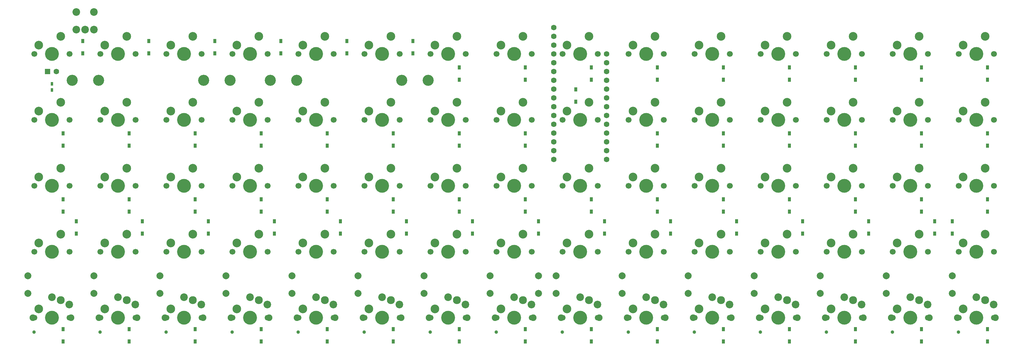
<source format=gbs>
G04 #@! TF.FileFunction,Soldermask,Bot*
%FSLAX46Y46*%
G04 Gerber Fmt 4.6, Leading zero omitted, Abs format (unit mm)*
G04 Created by KiCad (PCBNEW 4.0.7) date 04/13/18 19:54:45*
%MOMM*%
%LPD*%
G01*
G04 APERTURE LIST*
%ADD10C,0.100000*%
%ADD11R,0.800000X1.000000*%
%ADD12C,2.000000*%
%ADD13C,2.200000*%
%ADD14C,1.700000*%
%ADD15C,2.500000*%
%ADD16C,4.000000*%
%ADD17R,1.600000X1.600000*%
%ADD18C,1.600000*%
%ADD19C,3.200000*%
%ADD20R,0.950000X1.300000*%
%ADD21C,2.300000*%
%ADD22C,1.900000*%
%ADD23C,1.000000*%
G04 APERTURE END LIST*
D10*
D11*
X76200000Y-104510000D03*
X76200000Y-106310000D03*
D12*
X69215000Y-160020000D03*
X69215000Y-165100000D03*
X145415000Y-160020000D03*
X145415000Y-165100000D03*
X240665000Y-160020000D03*
X240665000Y-165100000D03*
X335915000Y-160020000D03*
X335915000Y-165100000D03*
X216535000Y-160020000D03*
X216535000Y-165100000D03*
X88265000Y-160020000D03*
X88265000Y-165100000D03*
X107315000Y-160020000D03*
X107315000Y-165100000D03*
X126365000Y-160020000D03*
X126365000Y-165100000D03*
X164465000Y-160020000D03*
X164465000Y-165100000D03*
X183515000Y-160020000D03*
X183515000Y-165100000D03*
X202565000Y-160020000D03*
X202565000Y-165100000D03*
X221615000Y-160020000D03*
X221615000Y-165100000D03*
X259715000Y-160020000D03*
X259715000Y-165100000D03*
X278765000Y-160020000D03*
X278765000Y-165100000D03*
X297815000Y-160020000D03*
X297815000Y-165100000D03*
X316865000Y-160020000D03*
X316865000Y-165100000D03*
D13*
X85725000Y-88900000D03*
X88265000Y-88900000D03*
X83185000Y-88900000D03*
X88265000Y-83820000D03*
X83185000Y-83820000D03*
D14*
X347980000Y-133985000D03*
D15*
X345440000Y-128905000D03*
D16*
X342900000Y-133985000D03*
D15*
X339090000Y-131445000D03*
D14*
X337820000Y-133985000D03*
X328930000Y-114935000D03*
D15*
X326390000Y-109855000D03*
D16*
X323850000Y-114935000D03*
D15*
X320040000Y-112395000D03*
D14*
X318770000Y-114935000D03*
X233680000Y-133985000D03*
D15*
X231140000Y-128905000D03*
D16*
X228600000Y-133985000D03*
D15*
X224790000Y-131445000D03*
D14*
X223520000Y-133985000D03*
X233680000Y-95885000D03*
D15*
X231140000Y-90805000D03*
D16*
X228600000Y-95885000D03*
D15*
X224790000Y-93345000D03*
D14*
X223520000Y-95885000D03*
X100330000Y-153035000D03*
D15*
X97790000Y-147955000D03*
D16*
X95250000Y-153035000D03*
D15*
X91440000Y-150495000D03*
D14*
X90170000Y-153035000D03*
X176530000Y-153035000D03*
D15*
X173990000Y-147955000D03*
D16*
X171450000Y-153035000D03*
D15*
X167640000Y-150495000D03*
D14*
X166370000Y-153035000D03*
X328930000Y-153035000D03*
D15*
X326390000Y-147955000D03*
D16*
X323850000Y-153035000D03*
D15*
X320040000Y-150495000D03*
D14*
X318770000Y-153035000D03*
X347980000Y-153035000D03*
D15*
X345440000Y-147955000D03*
D16*
X342900000Y-153035000D03*
D15*
X339090000Y-150495000D03*
D14*
X337820000Y-153035000D03*
X81280000Y-114935000D03*
D15*
X78740000Y-109855000D03*
D16*
X76200000Y-114935000D03*
D15*
X72390000Y-112395000D03*
D14*
X71120000Y-114935000D03*
X81280000Y-133985000D03*
D15*
X78740000Y-128905000D03*
D16*
X76200000Y-133985000D03*
D15*
X72390000Y-131445000D03*
D14*
X71120000Y-133985000D03*
X81280000Y-153035000D03*
D15*
X78740000Y-147955000D03*
D16*
X76200000Y-153035000D03*
D15*
X72390000Y-150495000D03*
D14*
X71120000Y-153035000D03*
X100330000Y-95885000D03*
D15*
X97790000Y-90805000D03*
D16*
X95250000Y-95885000D03*
D15*
X91440000Y-93345000D03*
D14*
X90170000Y-95885000D03*
X100330000Y-114935000D03*
D15*
X97790000Y-109855000D03*
D16*
X95250000Y-114935000D03*
D15*
X91440000Y-112395000D03*
D14*
X90170000Y-114935000D03*
X100330000Y-133985000D03*
D15*
X97790000Y-128905000D03*
D16*
X95250000Y-133985000D03*
D15*
X91440000Y-131445000D03*
D14*
X90170000Y-133985000D03*
X119380000Y-95885000D03*
D15*
X116840000Y-90805000D03*
D16*
X114300000Y-95885000D03*
D15*
X110490000Y-93345000D03*
D14*
X109220000Y-95885000D03*
X119380000Y-114935000D03*
D15*
X116840000Y-109855000D03*
D16*
X114300000Y-114935000D03*
D15*
X110490000Y-112395000D03*
D14*
X109220000Y-114935000D03*
X119380000Y-133985000D03*
D15*
X116840000Y-128905000D03*
D16*
X114300000Y-133985000D03*
D15*
X110490000Y-131445000D03*
D14*
X109220000Y-133985000D03*
X119380000Y-153035000D03*
D15*
X116840000Y-147955000D03*
D16*
X114300000Y-153035000D03*
D15*
X110490000Y-150495000D03*
D14*
X109220000Y-153035000D03*
X138430000Y-95885000D03*
D15*
X135890000Y-90805000D03*
D16*
X133350000Y-95885000D03*
D15*
X129540000Y-93345000D03*
D14*
X128270000Y-95885000D03*
X138430000Y-133985000D03*
D15*
X135890000Y-128905000D03*
D16*
X133350000Y-133985000D03*
D15*
X129540000Y-131445000D03*
D14*
X128270000Y-133985000D03*
X138430000Y-153035000D03*
D15*
X135890000Y-147955000D03*
D16*
X133350000Y-153035000D03*
D15*
X129540000Y-150495000D03*
D14*
X128270000Y-153035000D03*
X157480000Y-95885000D03*
D15*
X154940000Y-90805000D03*
D16*
X152400000Y-95885000D03*
D15*
X148590000Y-93345000D03*
D14*
X147320000Y-95885000D03*
X157480000Y-133985000D03*
D15*
X154940000Y-128905000D03*
D16*
X152400000Y-133985000D03*
D15*
X148590000Y-131445000D03*
D14*
X147320000Y-133985000D03*
X157480000Y-153035000D03*
D15*
X154940000Y-147955000D03*
D16*
X152400000Y-153035000D03*
D15*
X148590000Y-150495000D03*
D14*
X147320000Y-153035000D03*
X176530000Y-133985000D03*
D15*
X173990000Y-128905000D03*
D16*
X171450000Y-133985000D03*
D15*
X167640000Y-131445000D03*
D14*
X166370000Y-133985000D03*
X195580000Y-114935000D03*
D15*
X193040000Y-109855000D03*
D16*
X190500000Y-114935000D03*
D15*
X186690000Y-112395000D03*
D14*
X185420000Y-114935000D03*
X195580000Y-133985000D03*
D15*
X193040000Y-128905000D03*
D16*
X190500000Y-133985000D03*
D15*
X186690000Y-131445000D03*
D14*
X185420000Y-133985000D03*
X195580000Y-153035000D03*
D15*
X193040000Y-147955000D03*
D16*
X190500000Y-153035000D03*
D15*
X186690000Y-150495000D03*
D14*
X185420000Y-153035000D03*
X214630000Y-114935000D03*
D15*
X212090000Y-109855000D03*
D16*
X209550000Y-114935000D03*
D15*
X205740000Y-112395000D03*
D14*
X204470000Y-114935000D03*
X214630000Y-133985000D03*
D15*
X212090000Y-128905000D03*
D16*
X209550000Y-133985000D03*
D15*
X205740000Y-131445000D03*
D14*
X204470000Y-133985000D03*
X214630000Y-153035000D03*
D15*
X212090000Y-147955000D03*
D16*
X209550000Y-153035000D03*
D15*
X205740000Y-150495000D03*
D14*
X204470000Y-153035000D03*
X233680000Y-153035000D03*
D15*
X231140000Y-147955000D03*
D16*
X228600000Y-153035000D03*
D15*
X224790000Y-150495000D03*
D14*
X223520000Y-153035000D03*
X252730000Y-95885000D03*
D15*
X250190000Y-90805000D03*
D16*
X247650000Y-95885000D03*
D15*
X243840000Y-93345000D03*
D14*
X242570000Y-95885000D03*
X252730000Y-114935000D03*
D15*
X250190000Y-109855000D03*
D16*
X247650000Y-114935000D03*
D15*
X243840000Y-112395000D03*
D14*
X242570000Y-114935000D03*
X252730000Y-133985000D03*
D15*
X250190000Y-128905000D03*
D16*
X247650000Y-133985000D03*
D15*
X243840000Y-131445000D03*
D14*
X242570000Y-133985000D03*
X252730000Y-153035000D03*
D15*
X250190000Y-147955000D03*
D16*
X247650000Y-153035000D03*
D15*
X243840000Y-150495000D03*
D14*
X242570000Y-153035000D03*
X271780000Y-95885000D03*
D15*
X269240000Y-90805000D03*
D16*
X266700000Y-95885000D03*
D15*
X262890000Y-93345000D03*
D14*
X261620000Y-95885000D03*
X271780000Y-114935000D03*
D15*
X269240000Y-109855000D03*
D16*
X266700000Y-114935000D03*
D15*
X262890000Y-112395000D03*
D14*
X261620000Y-114935000D03*
X271780000Y-133985000D03*
D15*
X269240000Y-128905000D03*
D16*
X266700000Y-133985000D03*
D15*
X262890000Y-131445000D03*
D14*
X261620000Y-133985000D03*
X271780000Y-153035000D03*
D15*
X269240000Y-147955000D03*
D16*
X266700000Y-153035000D03*
D15*
X262890000Y-150495000D03*
D14*
X261620000Y-153035000D03*
X290830000Y-95885000D03*
D15*
X288290000Y-90805000D03*
D16*
X285750000Y-95885000D03*
D15*
X281940000Y-93345000D03*
D14*
X280670000Y-95885000D03*
X290830000Y-114935000D03*
D15*
X288290000Y-109855000D03*
D16*
X285750000Y-114935000D03*
D15*
X281940000Y-112395000D03*
D14*
X280670000Y-114935000D03*
X290830000Y-133985000D03*
D15*
X288290000Y-128905000D03*
D16*
X285750000Y-133985000D03*
D15*
X281940000Y-131445000D03*
D14*
X280670000Y-133985000D03*
X290830000Y-153035000D03*
D15*
X288290000Y-147955000D03*
D16*
X285750000Y-153035000D03*
D15*
X281940000Y-150495000D03*
D14*
X280670000Y-153035000D03*
X309880000Y-95885000D03*
D15*
X307340000Y-90805000D03*
D16*
X304800000Y-95885000D03*
D15*
X300990000Y-93345000D03*
D14*
X299720000Y-95885000D03*
X309880000Y-114935000D03*
D15*
X307340000Y-109855000D03*
D16*
X304800000Y-114935000D03*
D15*
X300990000Y-112395000D03*
D14*
X299720000Y-114935000D03*
X309880000Y-133985000D03*
D15*
X307340000Y-128905000D03*
D16*
X304800000Y-133985000D03*
D15*
X300990000Y-131445000D03*
D14*
X299720000Y-133985000D03*
X309880000Y-153035000D03*
D15*
X307340000Y-147955000D03*
D16*
X304800000Y-153035000D03*
D15*
X300990000Y-150495000D03*
D14*
X299720000Y-153035000D03*
X328930000Y-95885000D03*
D15*
X326390000Y-90805000D03*
D16*
X323850000Y-95885000D03*
D15*
X320040000Y-93345000D03*
D14*
X318770000Y-95885000D03*
X328930000Y-133985000D03*
D15*
X326390000Y-128905000D03*
D16*
X323850000Y-133985000D03*
D15*
X320040000Y-131445000D03*
D14*
X318770000Y-133985000D03*
X347980000Y-95885000D03*
D15*
X345440000Y-90805000D03*
D16*
X342900000Y-95885000D03*
D15*
X339090000Y-93345000D03*
D14*
X337820000Y-95885000D03*
X347980000Y-114935000D03*
D15*
X345440000Y-109855000D03*
D16*
X342900000Y-114935000D03*
D15*
X339090000Y-112395000D03*
D14*
X337820000Y-114935000D03*
X233680000Y-114935000D03*
D15*
X231140000Y-109855000D03*
D16*
X228600000Y-114935000D03*
D15*
X224790000Y-112395000D03*
D14*
X223520000Y-114935000D03*
X195580000Y-95885000D03*
D15*
X193040000Y-90805000D03*
D16*
X190500000Y-95885000D03*
D15*
X186690000Y-93345000D03*
D14*
X185420000Y-95885000D03*
X214630000Y-95885000D03*
D15*
X212090000Y-90805000D03*
D16*
X209550000Y-95885000D03*
D15*
X205740000Y-93345000D03*
D14*
X204470000Y-95885000D03*
X138430000Y-114935000D03*
D15*
X135890000Y-109855000D03*
D16*
X133350000Y-114935000D03*
D15*
X129540000Y-112395000D03*
D14*
X128270000Y-114935000D03*
X176530000Y-114935000D03*
D15*
X173990000Y-109855000D03*
D16*
X171450000Y-114935000D03*
D15*
X167640000Y-112395000D03*
D14*
X166370000Y-114935000D03*
X176530000Y-95885000D03*
D15*
X173990000Y-90805000D03*
D16*
X171450000Y-95885000D03*
D15*
X167640000Y-93345000D03*
D14*
X166370000Y-95885000D03*
X157480000Y-114935000D03*
D15*
X154940000Y-109855000D03*
D16*
X152400000Y-114935000D03*
D15*
X148590000Y-112395000D03*
D14*
X147320000Y-114935000D03*
X81280000Y-95885000D03*
D15*
X78740000Y-90805000D03*
D16*
X76200000Y-95885000D03*
D15*
X72390000Y-93345000D03*
D14*
X71120000Y-95885000D03*
D17*
X74930000Y-100965000D03*
D18*
X77470000Y-100965000D03*
D19*
X139175000Y-103505000D03*
X146775000Y-103505000D03*
X184675000Y-103505000D03*
X177075000Y-103505000D03*
X82025000Y-103505000D03*
X89625000Y-103505000D03*
X127525000Y-103505000D03*
X119925000Y-103505000D03*
D18*
X236220000Y-95885000D03*
X236220000Y-98425000D03*
X236220000Y-100965000D03*
X236220000Y-103505000D03*
X236220000Y-106045000D03*
X236220000Y-108585000D03*
X236220000Y-111125000D03*
X236220000Y-113665000D03*
X236220000Y-116205000D03*
X236220000Y-118745000D03*
X236220000Y-121285000D03*
X236220000Y-123825000D03*
X236220000Y-126365000D03*
X220980000Y-126365000D03*
X220980000Y-123825000D03*
X220980000Y-121285000D03*
X220980000Y-118745000D03*
X220980000Y-116205000D03*
X220980000Y-113665000D03*
X220980000Y-111125000D03*
X220980000Y-108585000D03*
X220980000Y-106045000D03*
X220980000Y-103505000D03*
X220980000Y-100965000D03*
X220980000Y-98425000D03*
X220980000Y-95885000D03*
X220980000Y-93345000D03*
X220980000Y-90805000D03*
X220980000Y-88265000D03*
D20*
X346075000Y-178940000D03*
X346075000Y-175390000D03*
X335915000Y-144275000D03*
X335915000Y-147825000D03*
X346075000Y-141475000D03*
X346075000Y-137925000D03*
X346075000Y-122425000D03*
X346075000Y-118875000D03*
X346075000Y-103375000D03*
X346075000Y-99825000D03*
X327025000Y-178940000D03*
X327025000Y-175390000D03*
X330835000Y-144275000D03*
X330835000Y-147825000D03*
X327025000Y-141475000D03*
X327025000Y-137925000D03*
X327025000Y-122425000D03*
X327025000Y-118875000D03*
X327025000Y-103375000D03*
X327025000Y-99825000D03*
X307975000Y-178940000D03*
X307975000Y-175390000D03*
X311785000Y-144275000D03*
X311785000Y-147825000D03*
X307975000Y-141475000D03*
X307975000Y-137925000D03*
X307975000Y-122425000D03*
X307975000Y-118875000D03*
X307975000Y-103375000D03*
X307975000Y-99825000D03*
X288925000Y-178940000D03*
X288925000Y-175390000D03*
X292735000Y-144275000D03*
X292735000Y-147825000D03*
X288925000Y-141475000D03*
X288925000Y-137925000D03*
X288925000Y-122425000D03*
X288925000Y-118875000D03*
X288925000Y-103375000D03*
X288925000Y-99825000D03*
X269875000Y-178940000D03*
X269875000Y-175390000D03*
X273685000Y-144275000D03*
X273685000Y-147825000D03*
X269875000Y-141475000D03*
X269875000Y-137925000D03*
X269875000Y-122425000D03*
X269875000Y-118875000D03*
X269875000Y-103375000D03*
X269875000Y-99825000D03*
X250825000Y-178940000D03*
X250825000Y-175390000D03*
X254635000Y-144275000D03*
X254635000Y-147825000D03*
X250825000Y-141475000D03*
X250825000Y-137925000D03*
X250825000Y-122425000D03*
X250825000Y-118875000D03*
X250825000Y-103375000D03*
X250825000Y-99825000D03*
X231775000Y-178940000D03*
X231775000Y-175390000D03*
X235585000Y-144275000D03*
X235585000Y-147825000D03*
X231775000Y-141475000D03*
X231775000Y-137925000D03*
X231775000Y-103375000D03*
X231775000Y-99825000D03*
X212725000Y-178940000D03*
X212725000Y-175390000D03*
X216535000Y-144275000D03*
X216535000Y-147825000D03*
X212725000Y-141475000D03*
X212725000Y-137925000D03*
X212725000Y-122425000D03*
X212725000Y-118875000D03*
X212725000Y-103375000D03*
X212725000Y-99825000D03*
X193675000Y-178940000D03*
X193675000Y-175390000D03*
X197485000Y-144275000D03*
X197485000Y-147825000D03*
X193675000Y-141475000D03*
X193675000Y-137925000D03*
X193675000Y-122425000D03*
X193675000Y-118875000D03*
X193675000Y-103375000D03*
X193675000Y-99825000D03*
X174625000Y-178940000D03*
X174625000Y-175390000D03*
X178435000Y-144275000D03*
X178435000Y-147825000D03*
X174625000Y-141475000D03*
X174625000Y-137925000D03*
X174625000Y-122425000D03*
X174625000Y-118875000D03*
X180340000Y-95755000D03*
X180340000Y-92205000D03*
X155575000Y-178940000D03*
X155575000Y-175390000D03*
X159385000Y-144275000D03*
X159385000Y-147825000D03*
X155575000Y-141475000D03*
X155575000Y-137925000D03*
X155575000Y-122425000D03*
X155575000Y-118875000D03*
X161290000Y-95755000D03*
X161290000Y-92205000D03*
X136525000Y-178940000D03*
X136525000Y-175390000D03*
X140335000Y-144275000D03*
X140335000Y-147825000D03*
X136525000Y-141475000D03*
X136525000Y-137925000D03*
X136525000Y-122425000D03*
X136525000Y-118875000D03*
X142240000Y-95755000D03*
X142240000Y-92205000D03*
X117475000Y-178940000D03*
X117475000Y-175390000D03*
X121285000Y-144275000D03*
X121285000Y-147825000D03*
X117475000Y-141475000D03*
X117475000Y-137925000D03*
X117475000Y-122425000D03*
X117475000Y-118875000D03*
X123190000Y-95755000D03*
X123190000Y-92205000D03*
X98425000Y-178940000D03*
X98425000Y-175390000D03*
X102235000Y-144275000D03*
X102235000Y-147825000D03*
X98425000Y-141475000D03*
X98425000Y-137925000D03*
X98425000Y-122425000D03*
X98425000Y-118875000D03*
X104140000Y-95755000D03*
X104140000Y-92205000D03*
X79375000Y-178940000D03*
X79375000Y-175390000D03*
X83185000Y-144275000D03*
X83185000Y-147825000D03*
X79375000Y-141475000D03*
X79375000Y-137925000D03*
X79375000Y-122425000D03*
X79375000Y-118875000D03*
X85090000Y-95755000D03*
X85090000Y-92205000D03*
X227330000Y-106175000D03*
X227330000Y-109725000D03*
D14*
X214630000Y-172085000D03*
D21*
X212090000Y-167005000D03*
D16*
X209550000Y-172085000D03*
D15*
X205740000Y-169545000D03*
D14*
X204470000Y-172085000D03*
D22*
X215050000Y-172085000D03*
X204050000Y-172085000D03*
D23*
X204330000Y-176285000D03*
D13*
X209550000Y-166185000D03*
X214550000Y-168285000D03*
D14*
X81280000Y-172085000D03*
D21*
X78740000Y-167005000D03*
D16*
X76200000Y-172085000D03*
D15*
X72390000Y-169545000D03*
D14*
X71120000Y-172085000D03*
D22*
X81700000Y-172085000D03*
X70700000Y-172085000D03*
D23*
X70980000Y-176285000D03*
D13*
X76200000Y-166185000D03*
X81200000Y-168285000D03*
D14*
X328930000Y-172085000D03*
D21*
X326390000Y-167005000D03*
D16*
X323850000Y-172085000D03*
D15*
X320040000Y-169545000D03*
D14*
X318770000Y-172085000D03*
D22*
X329350000Y-172085000D03*
X318350000Y-172085000D03*
D23*
X318630000Y-176285000D03*
D13*
X323850000Y-166185000D03*
X328850000Y-168285000D03*
D14*
X309880000Y-172085000D03*
D21*
X307340000Y-167005000D03*
D16*
X304800000Y-172085000D03*
D15*
X300990000Y-169545000D03*
D14*
X299720000Y-172085000D03*
D22*
X310300000Y-172085000D03*
X299300000Y-172085000D03*
D23*
X299580000Y-176285000D03*
D13*
X304800000Y-166185000D03*
X309800000Y-168285000D03*
D14*
X271780000Y-172085000D03*
D21*
X269240000Y-167005000D03*
D16*
X266700000Y-172085000D03*
D15*
X262890000Y-169545000D03*
D14*
X261620000Y-172085000D03*
D22*
X272200000Y-172085000D03*
X261200000Y-172085000D03*
D23*
X261480000Y-176285000D03*
D13*
X266700000Y-166185000D03*
X271700000Y-168285000D03*
D14*
X233680000Y-172085000D03*
D21*
X231140000Y-167005000D03*
D16*
X228600000Y-172085000D03*
D15*
X224790000Y-169545000D03*
D14*
X223520000Y-172085000D03*
D22*
X234100000Y-172085000D03*
X223100000Y-172085000D03*
D23*
X223380000Y-176285000D03*
D13*
X228600000Y-166185000D03*
X233600000Y-168285000D03*
D14*
X195580000Y-172085000D03*
D21*
X193040000Y-167005000D03*
D16*
X190500000Y-172085000D03*
D15*
X186690000Y-169545000D03*
D14*
X185420000Y-172085000D03*
D22*
X196000000Y-172085000D03*
X185000000Y-172085000D03*
D23*
X185280000Y-176285000D03*
D13*
X190500000Y-166185000D03*
X195500000Y-168285000D03*
D14*
X176530000Y-172085000D03*
D21*
X173990000Y-167005000D03*
D16*
X171450000Y-172085000D03*
D15*
X167640000Y-169545000D03*
D14*
X166370000Y-172085000D03*
D22*
X176950000Y-172085000D03*
X165950000Y-172085000D03*
D23*
X166230000Y-176285000D03*
D13*
X171450000Y-166185000D03*
X176450000Y-168285000D03*
D14*
X157480000Y-172085000D03*
D21*
X154940000Y-167005000D03*
D16*
X152400000Y-172085000D03*
D15*
X148590000Y-169545000D03*
D14*
X147320000Y-172085000D03*
D22*
X157900000Y-172085000D03*
X146900000Y-172085000D03*
D23*
X147180000Y-176285000D03*
D13*
X152400000Y-166185000D03*
X157400000Y-168285000D03*
D14*
X138430000Y-172085000D03*
D21*
X135890000Y-167005000D03*
D16*
X133350000Y-172085000D03*
D15*
X129540000Y-169545000D03*
D14*
X128270000Y-172085000D03*
D22*
X138850000Y-172085000D03*
X127850000Y-172085000D03*
D23*
X128130000Y-176285000D03*
D13*
X133350000Y-166185000D03*
X138350000Y-168285000D03*
D14*
X119380000Y-172085000D03*
D21*
X116840000Y-167005000D03*
D16*
X114300000Y-172085000D03*
D15*
X110490000Y-169545000D03*
D14*
X109220000Y-172085000D03*
D22*
X119800000Y-172085000D03*
X108800000Y-172085000D03*
D23*
X109080000Y-176285000D03*
D13*
X114300000Y-166185000D03*
X119300000Y-168285000D03*
D14*
X100330000Y-172085000D03*
D21*
X97790000Y-167005000D03*
D16*
X95250000Y-172085000D03*
D15*
X91440000Y-169545000D03*
D14*
X90170000Y-172085000D03*
D22*
X100750000Y-172085000D03*
X89750000Y-172085000D03*
D23*
X90030000Y-176285000D03*
D13*
X95250000Y-166185000D03*
X100250000Y-168285000D03*
D14*
X347980000Y-172085000D03*
D21*
X345440000Y-167005000D03*
D16*
X342900000Y-172085000D03*
D15*
X339090000Y-169545000D03*
D14*
X337820000Y-172085000D03*
D22*
X348400000Y-172085000D03*
X337400000Y-172085000D03*
D23*
X337680000Y-176285000D03*
D13*
X342900000Y-166185000D03*
X347900000Y-168285000D03*
D14*
X252730000Y-172085000D03*
D21*
X250190000Y-167005000D03*
D16*
X247650000Y-172085000D03*
D15*
X243840000Y-169545000D03*
D14*
X242570000Y-172085000D03*
D22*
X253150000Y-172085000D03*
X242150000Y-172085000D03*
D23*
X242430000Y-176285000D03*
D13*
X247650000Y-166185000D03*
X252650000Y-168285000D03*
D14*
X290830000Y-172085000D03*
D21*
X288290000Y-167005000D03*
D16*
X285750000Y-172085000D03*
D15*
X281940000Y-169545000D03*
D14*
X280670000Y-172085000D03*
D22*
X291250000Y-172085000D03*
X280250000Y-172085000D03*
D23*
X280530000Y-176285000D03*
D13*
X285750000Y-166185000D03*
X290750000Y-168285000D03*
M02*

</source>
